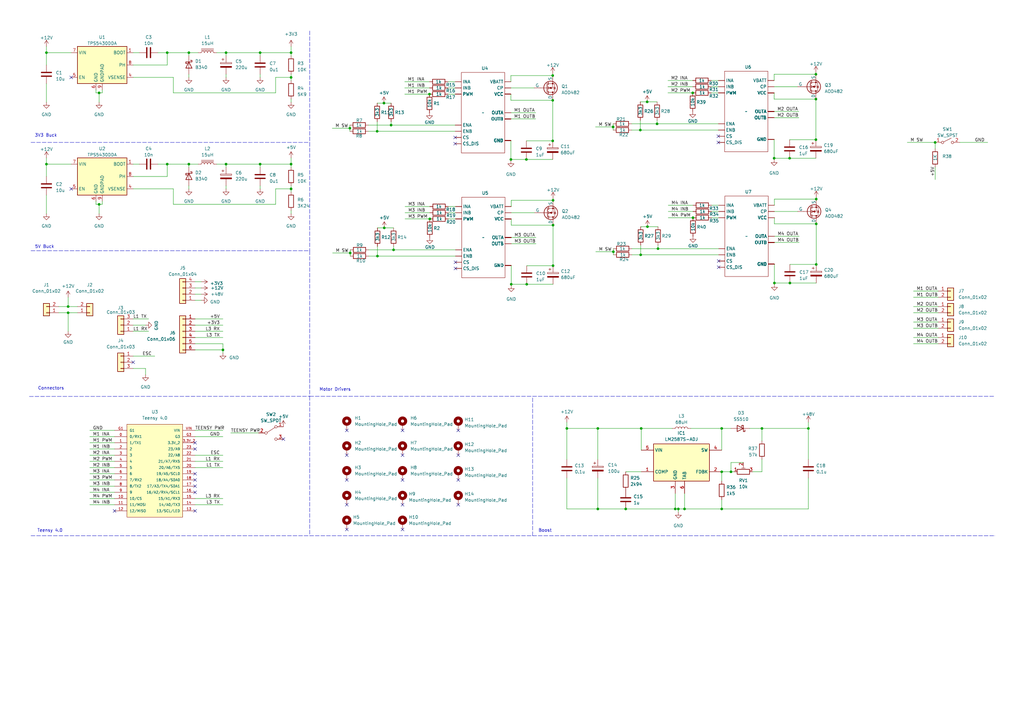
<source format=kicad_sch>
(kicad_sch (version 20230121) (generator eeschema)
  (paper "A3")
  (title_block (company "Sentinels Robotics"))
  (junction (at 119.38 67.31))
  (junction (at 269.875 101.981))
  (junction (at 77.47 67.31))
  (junction (at 312.5105 175.7275))
  (junction (at 154.813 105.029))
  (junction (at 209.55 65.405))
  (junction (at 245.2005 208.7475))
  (junction (at 284.226 89.281))
  (junction (at 27.94 125.73))
  (junction (at 296.0005 175.7275))
  (junction (at 334.772 108.458))
  (junction (at 157.48 42.291))
  (junction (at 317.5 64.897))
  (junction (at 251.587 103.251))
  (junction (at 160.401 51.308))
  (junction (at 209.677 116.586))
  (junction (at 77.47 21.59))
  (junction (at 284.099 38.1))
  (junction (at 278.2205 208.7475))
  (junction (at 265.557 92.964))
  (junction (at 317.627 116.078))
  (junction (at 334.645 40.64))
  (junction (at 143.637 103.759))
  (junction (at 334.772 81.661))
  (junction (at 334.772 91.821))
  (junction (at 383.54 58.42))
  (junction (at 92.71 21.59))
  (junction (at 157.607 93.472))
  (junction (at 216.027 116.586))
  (junction (at 280.7605 208.7475))
  (junction (at 323.85 64.897))
  (junction (at 119.38 21.59))
  (junction (at 296.0005 208.7475))
  (junction (at 19.05 21.59))
  (junction (at 262.636 53.34))
  (junction (at 19.05 67.31))
  (junction (at 245.2005 175.7275))
  (junction (at 262.763 104.521))
  (junction (at 176.276 89.789))
  (junction (at 232.5005 175.7275))
  (junction (at 334.645 30.48))
  (junction (at 119.38 31.75))
  (junction (at 40.64 38.1))
  (junction (at 296.0005 193.5075))
  (junction (at 119.38 77.47))
  (junction (at 226.822 108.966))
  (junction (at 40.64 83.82))
  (junction (at 265.43 41.783))
  (junction (at 143.51 52.578))
  (junction (at 226.695 57.785))
  (junction (at 226.822 92.329))
  (junction (at 27.94 128.27))
  (junction (at 68.58 67.31))
  (junction (at 262.9805 175.7275))
  (junction (at 334.645 57.277))
  (junction (at 154.686 53.848))
  (junction (at 215.9 65.405))
  (junction (at 323.977 116.078))
  (junction (at 269.494 50.8))
  (junction (at 176.149 38.608))
  (junction (at 226.695 30.988))
  (junction (at 256.6305 208.7475))
  (junction (at 106.68 67.31))
  (junction (at 106.68 21.59))
  (junction (at 92.71 67.31))
  (junction (at 68.58 21.59))
  (junction (at 226.695 41.148))
  (junction (at 299.8105 193.5075))
  (junction (at 331.5605 175.7275))
  (junction (at 251.46 52.07))
  (junction (at 161.417 102.489))
  (junction (at 276.9505 208.7475))
  (junction (at 226.822 82.169))
  (junction (at 91.44 143.51))
  (no_connect (at 54.61 148.59))
  (no_connect (at 294.64 58.42))
  (no_connect (at 186.817 107.569))
  (no_connect (at 142.24 196.85))
  (no_connect (at 294.767 107.061))
  (no_connect (at 165.1 217.17))
  (no_connect (at 80.01 209.55))
  (no_connect (at 116.2285 180.1169))
  (no_connect (at 80.01 184.15))
  (no_connect (at 142.24 186.69))
  (no_connect (at 46.99 209.55))
  (no_connect (at 187.96 176.53))
  (no_connect (at 29.21 31.75))
  (no_connect (at 142.24 207.01))
  (no_connect (at 142.24 217.17))
  (no_connect (at 142.24 176.53))
  (no_connect (at 80.01 181.61))
  (no_connect (at 187.96 196.85))
  (no_connect (at 186.69 58.928))
  (no_connect (at 165.1 176.53))
  (no_connect (at 165.1 207.01))
  (no_connect (at 294.64 55.88))
  (no_connect (at 186.69 56.388))
  (no_connect (at 165.1 196.85))
  (no_connect (at 80.01 194.31))
  (no_connect (at 80.01 201.93))
  (no_connect (at 80.01 199.39))
  (no_connect (at 187.96 186.69))
  (no_connect (at 165.1 186.69))
  (no_connect (at 187.96 207.01))
  (no_connect (at 186.817 110.109))
  (no_connect (at 80.01 196.85))
  (no_connect (at 29.21 77.47))
  (no_connect (at 294.767 109.601))
  (wire (pts (xy 92.71 30.48) (xy 92.71 31.75)))
  (polyline (pts (xy 12.7 102.87) (xy 127 102.87)) (stroke (width 0) (type dash)))
  (wire (pts (xy 219.202 87.249) (xy 209.677 87.249)))
  (wire (pts (xy 157.607 93.472) (xy 161.417 93.472)))
  (wire (pts (xy 262.9805 184.6175) (xy 262.9805 175.7275)))
  (wire (pts (xy 19.05 80.01) (xy 19.05 87.63)))
  (wire (pts (xy 374.65 140.97) (xy 384.81 140.97)))
  (wire (pts (xy 27.94 128.27) (xy 27.94 135.89)))
  (wire (pts (xy 27.94 121.92) (xy 27.94 125.73)))
  (wire (pts (xy 262.636 49.403) (xy 262.636 53.34)))
  (wire (pts (xy 327.025 35.56) (xy 317.5 35.56)))
  (wire (pts (xy 183.769 36.068) (xy 186.69 36.068)))
  (wire (pts (xy 331.5605 175.7275) (xy 331.5605 188.4275)))
  (wire (pts (xy 82.55 115.57) (xy 80.01 115.57)))
  (wire (pts (xy 106.68 67.31) (xy 106.68 68.58)))
  (wire (pts (xy 91.44 140.97) (xy 80.01 140.97)))
  (wire (pts (xy 80.01 179.07) (xy 91.44 179.07)))
  (wire (pts (xy 19.05 67.31) (xy 19.05 72.39)))
  (wire (pts (xy 39.37 83.82) (xy 40.64 83.82)))
  (wire (pts (xy 280.7605 202.3975) (xy 280.7605 208.7475)))
  (wire (pts (xy 80.01 191.77) (xy 91.44 191.77)))
  (wire (pts (xy 40.64 41.91) (xy 40.64 38.1)))
  (wire (pts (xy 183.769 33.528) (xy 186.69 33.528)))
  (wire (pts (xy 269.494 50.8) (xy 294.64 50.8)))
  (wire (pts (xy 41.91 83.82) (xy 40.64 83.82)))
  (wire (pts (xy 262.636 41.783) (xy 265.43 41.783)))
  (wire (pts (xy 119.38 64.77) (xy 119.38 67.31)))
  (wire (pts (xy 46.99 181.61) (xy 36.83 181.61)))
  (wire (pts (xy 46.99 189.23) (xy 36.83 189.23)))
  (wire (pts (xy 154.813 105.029) (xy 186.817 105.029)))
  (wire (pts (xy 46.99 179.07) (xy 36.83 179.07)))
  (wire (pts (xy 291.846 84.201) (xy 294.767 84.201)))
  (wire (pts (xy 259.207 104.521) (xy 262.763 104.521)))
  (wire (pts (xy 165.989 36.068) (xy 176.149 36.068)))
  (wire (pts (xy 317.627 116.078) (xy 317.627 108.331)))
  (wire (pts (xy 291.719 33.02) (xy 294.64 33.02)))
  (wire (pts (xy 77.47 67.31) (xy 77.47 68.58)))
  (wire (pts (xy 27.94 128.27) (xy 31.75 128.27)))
  (wire (pts (xy 296.0005 204.9375) (xy 296.0005 208.7475)))
  (wire (pts (xy 80.01 133.35) (xy 91.44 133.35)))
  (wire (pts (xy 284.099 33.02) (xy 273.939 33.02)))
  (wire (pts (xy 317.5 30.48) (xy 334.645 30.48)))
  (wire (pts (xy 334.645 29.718) (xy 334.645 30.48)))
  (wire (pts (xy 262.763 92.964) (xy 265.557 92.964)))
  (wire (pts (xy 262.636 53.34) (xy 294.64 53.34)))
  (wire (pts (xy 209.677 82.169) (xy 209.677 84.709)))
  (wire (pts (xy 274.066 86.741) (xy 284.226 86.741)))
  (wire (pts (xy 119.38 86.36) (xy 119.38 87.63)))
  (wire (pts (xy 54.61 31.75) (xy 71.12 31.75)))
  (wire (pts (xy 317.627 89.281) (xy 317.627 91.821)))
  (wire (pts (xy 301.0805 193.5075) (xy 299.8105 193.5075)))
  (wire (pts (xy 374.65 125.73) (xy 384.81 125.73)))
  (wire (pts (xy 209.677 116.586) (xy 216.027 116.586)))
  (wire (pts (xy 54.61 26.67) (xy 68.58 26.67)))
  (wire (pts (xy 119.38 30.48) (xy 119.38 31.75)))
  (wire (pts (xy 183.896 84.709) (xy 186.817 84.709)))
  (wire (pts (xy 154.686 53.848) (xy 186.69 53.848)))
  (wire (pts (xy 209.677 97.409) (xy 219.837 97.409)))
  (wire (pts (xy 209.55 65.405) (xy 209.55 57.658)))
  (wire (pts (xy 269.875 101.981) (xy 294.767 101.981)))
  (wire (pts (xy 113.03 31.75) (xy 119.38 31.75)))
  (wire (pts (xy 284.226 89.281) (xy 274.066 89.281)))
  (wire (pts (xy 393.7 58.42) (xy 405.13 58.42)))
  (wire (pts (xy 209.55 65.405) (xy 215.9 65.405)))
  (wire (pts (xy 91.44 143.51) (xy 80.01 143.51)))
  (polyline (pts (xy 218.44 219.71) (xy 218.44 162.56)) (stroke (width 0) (type dash)))
  (wire (pts (xy 71.12 77.47) (xy 71.12 83.82)))
  (wire (pts (xy 317.627 91.821) (xy 334.772 91.821)))
  (wire (pts (xy 41.91 36.83) (xy 41.91 38.1)))
  (wire (pts (xy 284.099 38.1) (xy 273.939 38.1)))
  (wire (pts (xy 54.61 72.39) (xy 68.58 72.39)))
  (wire (pts (xy 215.9 57.785) (xy 226.695 57.785)))
  (wire (pts (xy 251.46 52.07) (xy 244.221 52.07)))
  (wire (pts (xy 317.627 116.586) (xy 317.627 116.078)))
  (polyline (pts (xy 127 162.56) (xy 127 219.71)) (stroke (width 0) (type dash)))
  (wire (pts (xy 92.71 67.31) (xy 106.68 67.31)))
  (polyline (pts (xy 127 12.7) (xy 127 58.42)) (stroke (width 0) (type dash)))
  (wire (pts (xy 245.2005 208.7475) (xy 245.2005 196.0475)))
  (wire (pts (xy 80.01 207.01) (xy 91.44 207.01)))
  (wire (pts (xy 226.822 108.966) (xy 226.822 92.329)))
  (polyline (pts (xy 127 102.87) (xy 127 162.56)) (stroke (width 0) (type dash)))
  (wire (pts (xy 80.01 135.89) (xy 91.44 135.89)))
  (wire (pts (xy 176.276 84.709) (xy 166.116 84.709)))
  (wire (pts (xy 251.46 50.8) (xy 251.46 52.07)))
  (wire (pts (xy 36.83 176.53) (xy 46.99 176.53)))
  (wire (pts (xy 46.99 194.31) (xy 36.83 194.31)))
  (wire (pts (xy 151.13 53.848) (xy 154.686 53.848)))
  (wire (pts (xy 317.5 48.26) (xy 327.66 48.26)))
  (wire (pts (xy 71.12 83.82) (xy 113.03 83.82)))
  (wire (pts (xy 39.37 38.1) (xy 40.64 38.1)))
  (wire (pts (xy 41.91 82.55) (xy 41.91 83.82)))
  (wire (pts (xy 280.7605 208.7475) (xy 278.2205 208.7475)))
  (wire (pts (xy 232.5005 175.7275) (xy 245.2005 175.7275)))
  (wire (pts (xy 64.77 21.59) (xy 68.58 21.59)))
  (wire (pts (xy 80.01 176.53) (xy 91.44 176.53)))
  (wire (pts (xy 82.55 120.65) (xy 80.01 120.65)))
  (wire (pts (xy 119.38 40.64) (xy 119.38 41.91)))
  (wire (pts (xy 226.695 30.226) (xy 226.695 30.988)))
  (wire (pts (xy 312.5105 175.7275) (xy 312.5105 180.8075)))
  (polyline (pts (xy 407.995 219.711) (xy 407.995 219.7138)))
  (wire (pts (xy 91.44 143.51) (xy 91.44 140.97)))
  (wire (pts (xy 92.71 76.2) (xy 92.71 77.47)))
  (wire (pts (xy 278.2205 210.0175) (xy 278.2205 208.7475)))
  (wire (pts (xy 119.38 31.75) (xy 119.38 33.02)))
  (wire (pts (xy 54.61 133.35) (xy 59.69 133.35)))
  (wire (pts (xy 383.54 68.58) (xy 383.54 73.66)))
  (wire (pts (xy 317.5 38.1) (xy 317.5 40.64)))
  (wire (pts (xy 119.38 21.59) (xy 119.38 22.86)))
  (wire (pts (xy 312.5105 188.4275) (xy 312.5105 193.5075)))
  (wire (pts (xy 317.5 64.897) (xy 323.85 64.897)))
  (wire (pts (xy 262.9805 193.5075) (xy 256.6305 193.5075)))
  (wire (pts (xy 226.822 81.407) (xy 226.822 82.169)))
  (wire (pts (xy 143.51 52.578) (xy 136.271 52.578)))
  (wire (pts (xy 36.83 207.01) (xy 46.99 207.01)))
  (wire (pts (xy 92.71 21.59) (xy 106.68 21.59)))
  (wire (pts (xy 54.61 21.59) (xy 57.15 21.59)))
  (wire (pts (xy 334.645 57.277) (xy 334.645 40.64)))
  (wire (pts (xy 46.99 186.69) (xy 36.83 186.69)))
  (wire (pts (xy 291.719 35.56) (xy 294.64 35.56)))
  (wire (pts (xy 216.027 116.586) (xy 226.822 116.586)))
  (wire (pts (xy 46.99 196.85) (xy 36.83 196.85)))
  (wire (pts (xy 265.43 41.783) (xy 269.494 41.783)))
  (wire (pts (xy 299.8105 189.6975) (xy 299.8105 193.5075)))
  (wire (pts (xy 143.637 102.489) (xy 143.637 103.759)))
  (wire (pts (xy 82.55 123.19) (xy 80.01 123.19)))
  (wire (pts (xy 59.69 151.13) (xy 54.61 151.13)))
  (wire (pts (xy 291.719 38.1) (xy 294.64 38.1)))
  (wire (pts (xy 331.5605 175.7275) (xy 331.5605 173.1875)))
  (wire (pts (xy 209.55 30.988) (xy 226.695 30.988)))
  (wire (pts (xy 77.47 67.31) (xy 81.28 67.31)))
  (wire (pts (xy 54.61 67.31) (xy 57.15 67.31)))
  (wire (pts (xy 36.83 191.77) (xy 46.99 191.77)))
  (polyline (pts (xy 12.7 219.71) (xy 127 219.71)) (stroke (width 0) (type dash)))
  (wire (pts (xy 209.55 38.608) (xy 209.55 41.148)))
  (polyline (pts (xy 127 162.56) (xy 407.67 162.56)) (stroke (width 0) (type dash)))
  (wire (pts (xy 71.12 31.75) (xy 71.12 38.1)))
  (wire (pts (xy 278.2205 208.7475) (xy 276.9505 208.7475)))
  (wire (pts (xy 143.51 51.308) (xy 143.51 52.578)))
  (wire (pts (xy 39.37 82.55) (xy 39.37 83.82)))
  (wire (pts (xy 88.9 67.31) (xy 92.71 67.31)))
  (wire (pts (xy 88.9 21.59) (xy 92.71 21.59)))
  (wire (pts (xy 161.417 102.489) (xy 186.817 102.489)))
  (wire (pts (xy 312.5105 175.7275) (xy 331.5605 175.7275)))
  (wire (pts (xy 143.637 103.759) (xy 143.637 105.029)))
  (wire (pts (xy 209.55 46.228) (xy 219.71 46.228)))
  (polyline (pts (xy 218.4438 219.711) (xy 407.995 219.711)) (stroke (width 0) (type dash)))
  (wire (pts (xy 331.5605 208.7475) (xy 331.5605 196.0475)))
  (wire (pts (xy 209.55 30.988) (xy 209.55 33.528)))
  (wire (pts (xy 19.05 67.31) (xy 19.05 64.77)))
  (wire (pts (xy 106.68 67.31) (xy 119.38 67.31)))
  (wire (pts (xy 259.08 50.8) (xy 269.494 50.8)))
  (wire (pts (xy 262.9805 175.7275) (xy 275.6805 175.7275)))
  (wire (pts (xy 154.686 49.911) (xy 154.686 53.848)))
  (wire (pts (xy 54.61 77.47) (xy 71.12 77.47)))
  (wire (pts (xy 334.772 108.458) (xy 334.772 91.821)))
  (wire (pts (xy 276.9505 208.7475) (xy 256.6305 208.7475)))
  (wire (pts (xy 317.627 81.661) (xy 317.627 84.201)))
  (wire (pts (xy 176.149 38.608) (xy 165.989 38.608)))
  (wire (pts (xy 259.08 53.34) (xy 262.636 53.34)))
  (wire (pts (xy 19.05 21.59) (xy 19.05 19.05)))
  (wire (pts (xy 92.71 21.59) (xy 92.71 22.86)))
  (wire (pts (xy 216.027 108.966) (xy 226.822 108.966)))
  (wire (pts (xy 251.46 52.07) (xy 251.46 53.34)))
  (wire (pts (xy 209.677 89.789) (xy 209.677 92.329)))
  (wire (pts (xy 151.257 102.489) (xy 161.417 102.489)))
  (wire (pts (xy 209.55 48.768) (xy 219.71 48.768)))
  (wire (pts (xy 143.51 52.578) (xy 143.51 53.848)))
  (wire (pts (xy 209.55 41.148) (xy 226.695 41.148)))
  (wire (pts (xy 262.9805 175.7275) (xy 245.2005 175.7275)))
  (wire (pts (xy 19.05 21.59) (xy 29.21 21.59)))
  (wire (pts (xy 251.587 103.251) (xy 244.348 103.251)))
  (wire (pts (xy 219.075 36.068) (xy 209.55 36.068)))
  (wire (pts (xy 296.0005 175.7275) (xy 299.8105 175.7275)))
  (wire (pts (xy 160.401 51.308) (xy 151.13 51.308)))
  (wire (pts (xy 68.58 67.31) (xy 77.47 67.31)))
  (wire (pts (xy 183.896 89.789) (xy 186.817 89.789)))
  (wire (pts (xy 94.6385 177.5769) (xy 106.0685 177.5769)))
  (wire (pts (xy 46.99 201.93) (xy 36.83 201.93)))
  (wire (pts (xy 68.58 21.59) (xy 77.47 21.59)))
  (wire (pts (xy 176.276 89.789) (xy 166.116 89.789)))
  (wire (pts (xy 283.3005 175.7275) (xy 296.0005 175.7275)))
  (wire (pts (xy 119.38 76.2) (xy 119.38 77.47)))
  (wire (pts (xy 209.677 82.169) (xy 226.822 82.169)))
  (wire (pts (xy 27.94 125.73) (xy 31.75 125.73)))
  (wire (pts (xy 154.813 93.472) (xy 157.607 93.472)))
  (wire (pts (xy 71.12 38.1) (xy 113.03 38.1)))
  (wire (pts (xy 226.695 57.785) (xy 226.695 41.148)))
  (wire (pts (xy 24.13 128.27) (xy 27.94 128.27)))
  (wire (pts (xy 209.55 65.913) (xy 209.55 65.405)))
  (wire (pts (xy 262.763 100.584) (xy 262.763 104.521)))
  (wire (pts (xy 256.6305 208.7475) (xy 245.2005 208.7475)))
  (wire (pts (xy 80.01 130.81) (xy 91.44 130.81)))
  (wire (pts (xy 232.5005 196.0475) (xy 232.5005 208.7475)))
  (wire (pts (xy 276.9505 202.3975) (xy 276.9505 208.7475)))
  (polyline (pts (xy 127 219.71) (xy 218.44 219.71)) (stroke (width 0) (type dash)))
  (wire (pts (xy 317.627 96.901) (xy 327.787 96.901)))
  (wire (pts (xy 232.5005 175.7275) (xy 232.5005 188.4275)))
  (wire (pts (xy 312.5105 193.5075) (xy 308.7005 193.5075)))
  (wire (pts (xy 374.65 132.08) (xy 384.81 132.08)))
  (wire (pts (xy 323.977 108.458) (xy 334.772 108.458)))
  (wire (pts (xy 183.769 38.608) (xy 186.69 38.608)))
  (wire (pts (xy 68.58 72.39) (xy 68.58 67.31)))
  (wire (pts (xy 280.7605 208.7475) (xy 296.0005 208.7475)))
  (wire (pts (xy 77.47 21.59) (xy 81.28 21.59)))
  (wire (pts (xy 317.627 116.078) (xy 323.977 116.078)))
  (wire (pts (xy 269.875 100.584) (xy 269.875 101.981)))
  (wire (pts (xy 273.939 35.56) (xy 284.099 35.56)))
  (wire (pts (xy 262.763 104.521) (xy 294.767 104.521)))
  (wire (pts (xy 232.5005 173.1875) (xy 232.5005 175.7275)))
  (wire (pts (xy 296.0005 175.7275) (xy 296.0005 184.6175)))
  (wire (pts (xy 296.0005 208.7475) (xy 331.5605 208.7475)))
  (wire (pts (xy 161.417 101.092) (xy 161.417 102.489)))
  (wire (pts (xy 259.207 101.981) (xy 269.875 101.981)))
  (wire (pts (xy 154.813 101.092) (xy 154.813 105.029)))
  (polyline (pts (xy 12.7 58.42) (xy 127 58.42)) (stroke (width 0) (type dash)))
  (wire (pts (xy 40.64 87.63) (xy 40.64 83.82)))
  (wire (pts (xy 160.401 49.911) (xy 160.401 51.308)))
  (wire (pts (xy 374.65 128.27) (xy 384.81 128.27)))
  (wire (pts (xy 77.47 21.59) (xy 77.47 22.86)))
  (wire (pts (xy 46.99 204.47) (xy 36.83 204.47)))
  (wire (pts (xy 80.01 189.23) (xy 91.44 189.23)))
  (wire (pts (xy 291.846 89.281) (xy 294.767 89.281)))
  (wire (pts (xy 383.54 58.42) (xy 372.11 58.42)))
  (wire (pts (xy 374.65 121.92) (xy 384.81 121.92)))
  (wire (pts (xy 284.226 84.201) (xy 274.066 84.201)))
  (wire (pts (xy 54.61 146.05) (xy 63.5 146.05)))
  (wire (pts (xy 317.5 30.48) (xy 317.5 33.02)))
  (wire (pts (xy 176.149 33.528) (xy 165.989 33.528)))
  (wire (pts (xy 36.83 199.39) (xy 46.99 199.39)))
  (wire (pts (xy 80.01 138.43) (xy 91.44 138.43)))
  (wire (pts (xy 19.05 34.29) (xy 19.05 41.91)))
  (wire (pts (xy 77.47 76.2) (xy 77.47 77.47)))
  (wire (pts (xy 317.5 64.897) (xy 317.5 57.15)))
  (wire (pts (xy 317.5 40.64) (xy 334.645 40.64)))
  (wire (pts (xy 27.94 125.73) (xy 24.13 125.73)))
  (wire (pts (xy 317.5 45.72) (xy 327.66 45.72)))
  (wire (pts (xy 77.47 30.48) (xy 77.47 31.75)))
  (wire (pts (xy 36.83 184.15) (xy 46.99 184.15)))
  (wire (pts (xy 166.116 87.249) (xy 176.276 87.249)))
  (wire (pts (xy 304.8905 189.6975) (xy 299.8105 189.6975)))
  (wire (pts (xy 119.38 77.47) (xy 119.38 78.74)))
  (wire (pts (xy 183.896 87.249) (xy 186.817 87.249)))
  (wire (pts (xy 251.587 103.251) (xy 251.587 104.521)))
  (wire (pts (xy 209.677 99.949) (xy 219.837 99.949)))
  (wire (pts (xy 154.686 42.291) (xy 157.48 42.291)))
  (wire (pts (xy 113.03 77.47) (xy 119.38 77.47)))
  (wire (pts (xy 296.0005 193.5075) (xy 296.0005 197.3175)))
  (polyline (pts (xy 127 58.42) (xy 127 102.87)) (stroke (width 0) (type dash)))
  (wire (pts (xy 54.61 130.81) (xy 60.96 130.81)))
  (wire (pts (xy 157.48 42.291) (xy 160.401 42.291)))
  (wire (pts (xy 92.71 67.31) (xy 92.71 68.58)))
  (wire (pts (xy 209.677 116.586) (xy 209.677 108.839)))
  (wire (pts (xy 323.85 64.897) (xy 334.645 64.897)))
  (wire (pts (xy 19.05 67.31) (xy 29.21 67.31)))
  (wire (pts (xy 317.5 65.405) (xy 317.5 64.897)))
  (wire (pts (xy 106.68 21.59) (xy 106.68 22.86)))
  (wire (pts (xy 82.55 118.11) (xy 80.01 118.11)))
  (wire (pts (xy 39.37 36.83) (xy 39.37 38.1)))
  (wire (pts (xy 54.61 135.89) (xy 60.96 135.89)))
  (wire (pts (xy 106.68 30.48) (xy 106.68 31.75)))
  (wire (pts (xy 374.65 138.43) (xy 384.81 138.43)))
  (wire (pts (xy 41.91 38.1) (xy 40.64 38.1)))
  (wire (pts (xy 59.69 153.67) (xy 59.69 151.13)))
  (wire (pts (xy 143.637 103.759) (xy 136.398 103.759)))
  (wire (pts (xy 232.5005 208.7475) (xy 245.2005 208.7475)))
  (wire (pts (xy 113.03 38.1) (xy 113.03 31.75)))
  (wire (pts (xy 151.257 105.029) (xy 154.813 105.029)))
  (wire (pts (xy 334.772 80.899) (xy 334.772 81.661)))
  (polyline (pts (xy 12.0396 162.6108) (xy 127 162.56)) (stroke (width 0) (type dash)))
  (wire (pts (xy 265.557 92.964) (xy 269.875 92.964)))
  (wire (pts (xy 209.677 92.329) (xy 226.822 92.329)))
  (wire (pts (xy 106.68 76.2) (xy 106.68 77.47)))
  (wire (pts (xy 317.627 81.661) (xy 334.772 81.661)))
  (wire (pts (xy 80.01 204.47) (xy 91.44 204.47)))
  (wire (pts (xy 91.44 144.78) (xy 91.44 143.51)))
  (wire (pts (xy 64.77 67.31) (xy 68.58 67.31)))
  (wire (pts (xy 323.977 116.078) (xy 334.772 116.078)))
  (wire (pts (xy 209.677 117.094) (xy 209.677 116.586)))
  (wire (pts (xy 327.152 86.741) (xy 317.627 86.741)))
  (wire (pts (xy 374.65 119.38) (xy 384.81 119.38)))
  (wire (pts (xy 291.846 86.741) (xy 294.767 86.741)))
  (wire (pts (xy 68.58 26.67) (xy 68.58 21.59)))
  (wire (pts (xy 215.9 65.405) (xy 226.695 65.405)))
  (wire (pts (xy 245.2005 175.7275) (xy 245.2005 188.4275)))
  (wire (pts (xy 119.38 67.31) (xy 119.38 68.58)))
  (wire (pts (xy 251.587 101.981) (xy 251.587 103.251)))
  (wire (pts (xy 106.68 21.59) (xy 119.38 21.59)))
  (wire (pts (xy 19.05 21.59) (xy 19.05 26.67)))
  (wire (pts (xy 119.38 19.05) (xy 119.38 21.59)))
  (wire (pts (xy 323.85 57.277) (xy 334.645 57.277)))
  (wire (pts (xy 317.627 99.441) (xy 327.787 99.441)))
  (wire (pts (xy 296.0005 193.5075) (xy 299.8105 193.5075)))
  (wire (pts (xy 80.01 186.69) (xy 91.44 186.69)))
  (wire (pts (xy 307.4305 175.7275) (xy 312.5105 175.7275)))
  (wire (pts (xy 374.65 134.62) (xy 384.81 134.62)))
  (wire (pts (xy 160.401 51.308) (xy 186.69 51.308)))
  (wire (pts (xy 269.494 49.403) (xy 269.494 50.8)))
  (wire (pts (xy 113.03 83.82) (xy 113.03 77.47)))
  (wire (pts (xy 383.54 58.42) (xy 383.54 60.96)))
  (text "Boost" (at 220.8045 218.425 0) (effects (font (size 1.27 1.27)) (justify left bottom)))
  (text "Connectors" (at 15.5449 160.0903 0) (effects (font (size 1.27 1.27)) (justify left bottom)))
  (text "Motor Drivers" (at 130.9519 160.5888 0) (effects (font (size 1.27 1.27)) (justify left bottom)))
  (text "5V Buck" (at 14.2837 102.026 0) (effects (font (size 1.27 1.27)) (justify left bottom)))
  (text "3V3 Buck" (at 14.224 56.388 0) (effects (font (size 1.27 1.27)) (justify left bottom)))
  (text "Teensy 4.0\n" (at 15.24 218.44 0) (effects (font (size 1.27 1.27)) (justify left bottom)))
  (label "M2 OUTA" (at 375.92 125.73 0))
  (label "M4 OUTA" (at 318.897 96.901 0))
  (label "+5V" (at 90.17 130.81 180))
  (label "M4 PWM" (at 38.1 204.47 0))
  (label "M3 INB" (at 167.386 87.249 0))
  (label "L3 RX" (at 90.17 135.89 180))
  (label "M2 INB" (at 38.1 191.77 0))
  (label "M1 INB" (at 38.1 184.15 0))
  (label "M1 INA" (at 167.259 33.528 0))
  (label "+3V3" (at 90.17 133.35 180))
  (label "M2 OUTB" (at 318.77 48.26 0))
  (label "M4 INA" (at 38.1 201.93 0))
  (label "M1 INA" (at 38.1 179.07 0))
  (label "M4 INB" (at 275.336 86.741 0))
  (label "M3 INA" (at 38.1 194.31 0))
  (label "L1 RX" (at 90.17 189.23 180))
  (label "M2 INA" (at 38.1 186.69 0))
  (label "M1 OUTB" (at 375.92 121.92 0))
  (label "M4 INA" (at 275.336 84.201 0))
  (label "M1 PWM" (at 38.1 181.61 0))
  (label "M1 INB" (at 167.259 36.068 0))
  (label "M3 OUTB" (at 210.947 99.949 0))
  (label "M3 OUTA" (at 210.947 97.409 0))
  (label "L3 TX" (at 90.17 138.43 180))
  (label "GND" (at 90.17 179.07 180))
  (label "M1 PWM" (at 167.259 38.608 0))
  (label "M1 OUTA" (at 375.92 119.38 0))
  (label "M SW" (at 137.668 103.759 0))
  (label "M3 PWM" (at 38.1 196.85 0))
  (label "M2 PWM" (at 275.209 38.1 0))
  (label "M SW" (at 245.491 52.07 0))
  (label "TEENSY PWR" (at 80.01 176.53 0))
  (label "GND" (at 38.1 176.53 0))
  (label "M2 OUTB" (at 375.92 128.27 0))
  (label "L1 TX" (at 90.17 191.77 180))
  (label "L1 RX" (at 54.61 135.89 0))
  (label "M1 OUTA" (at 210.82 46.228 0))
  (label "M SW" (at 245.618 103.251 0))
  (label "M4 PWM" (at 275.336 89.281 0))
  (label "M3 OUTB" (at 375.92 134.62 0))
  (label "M3 PWM" (at 167.386 89.789 0))
  (label "L3 RX" (at 90.17 204.47 180))
  (label "M SW" (at 137.541 52.578 0))
  (label "L1 TX" (at 54.61 130.81 0))
  (label "TEENSY PWR" (at 94.6385 177.5769 0))
  (label "M4 INB" (at 38.1 207.01 0))
  (label "M3 OUTA" (at 375.92 132.08 0))
  (label "M4 OUTA" (at 375.92 138.43 0))
  (label "M4 OUTB" (at 318.897 99.441 0))
  (label "M2 INA" (at 275.209 33.02 0))
  (label "+5V" (at 383.54 72.39 90))
  (label "L3 TX" (at 90.17 207.01 180))
  (label "M1 OUTB" (at 210.82 48.768 0))
  (label "M2 OUTA" (at 318.77 45.72 0))
  (label "M SW" (at 373.38 58.42 0))
  (label "M3 INB" (at 38.1 199.39 0))
  (label "M2 PWM" (at 38.1 189.23 0))
  (label "ESC" (at 58.42 146.05 0))
  (label "M3 INA" (at 167.386 84.709 0))
  (label "ESC" (at 90.17 186.69 180))
  (label "M4 OUTB" (at 375.92 140.97 0))
  (label "GND" (at 403.86 58.42 180))
  (label "M2 INB" (at 275.209 35.56 0))
  (symbol (lib_id "Mechanical:MountingHole_Pad") (at 187.96 173.99 0) (unit 1) (in_bom no)
    (property "Reference" "H11" (at 190.5 172.085 0) (effects (justify left)))
    (property "Value" "MountingHole_Pad" (at 190.5 174.625 0) (effects (justify left)))
    (property "Footprint" "MountingHole:MountingHole_3.2mm_M3_Pad_Via" (effects hide))
  )
  (symbol (lib_id "power:+5V") (at 119.38 64.77 0) (unit 1)
    (property "Reference" "#PWR024" (effects hide))
    (property "Value" "+5V" (at 119.38 60.452 0))
  )
  (symbol (lib_id "Device:C_Polarized") (at 92.71 26.67 0) (unit 1)
    (property "Reference" "C5" (at 96.52 25.146 0) (effects (justify left)))
    (property "Value" "220u" (at 96.52 27.686 0) (effects (justify left)))
    (property "Footprint" "2024l2:EIA-7343-D" (effects hide))
    (property "LCSC" "C5348248" (effects hide))
  )
  (symbol (lib_id "Mechanical:MountingHole_Pad") (at 187.96 204.47 0) (unit 1) (in_bom no)
    (property "Reference" "H14" (at 190.5 202.565 0) (effects (justify left)))
    (property "Value" "MountingHole_Pad" (at 190.5 205.105 0) (effects (justify left)))
    (property "Footprint" "MountingHole:MountingHole_3.2mm_M3_Pad_Via" (effects hide))
  )
  (symbol (lib_id "Device:R") (at 287.909 33.02 90) (unit 1)
    (property "Reference" "R30" (at 294.64 34.29 90) (effects (justify left)))
    (property "Value" "1k" (at 289.052 33.02 90) (effects (justify left)))
    (property "Footprint" "2024l2:res0603" (effects hide))
  )
  (symbol (lib_id "power:GND") (at 59.69 153.67 0) (mirror y) (unit 1)
    (property "Reference" "#PWR010" (effects hide))
    (property "Value" "GND" (at 59.69 158.75 0))
  )
  (symbol (lib_id "power:+12V") (at 19.05 19.05 0) (unit 1)
    (property "Reference" "#PWR01" (effects hide))
    (property "Value" "+12V" (at 19.05 15.4785 0))
  )
  (symbol (lib_id "Device:C") (at 60.96 67.31 90) (unit 1)
    (property "Reference" "C4" (at 60.96 60.96 90))
    (property "Value" "10n" (at 60.96 63.5 90))
    (property "Footprint" "2024l2:cap0603" (effects hide))
    (property "LCSC" "C597236" (effects hide))
  )
  (symbol (lib_id "Device:R") (at 312.5105 184.6175 0) (mirror y) (unit 1)
    (property "Reference" "R37" (at 310.7325 183.9825 0) (effects (justify left)))
    (property "Value" "57k" (at 310.7325 186.5225 0) (effects (justify left)))
    (property "Footprint" "2024l2:res0603" (effects hide))
    (property "LCSC" "C23082" (effects hide))
  )
  (symbol (lib_id "power:GND") (at 106.68 77.47 0) (unit 1)
    (property "Reference" "#PWR021" (effects hide))
    (property "Value" "GND" (at 106.68 82.55 0))
  )
  (symbol (lib_id "power:GND") (at 209.677 117.094 0) (unit 1)
    (property "Reference" "#PWR029" (effects hide))
    (property "Value" "GND" (at 209.677 122.682 0))
  )
  (symbol (lib_id "power:GND") (at 77.47 77.47 0) (unit 1)
    (property "Reference" "#PWR012" (effects hide))
    (property "Value" "GND" (at 77.47 82.55 0))
  )
  (symbol (lib_id "power:+12V") (at 226.822 81.407 0) (unit 1)
    (property "Reference" "#PWR031" (effects hide))
    (property "Value" "+12V" (at 226.822 77.9041 0))
  )
  (symbol (lib_id "Device:C") (at 19.05 30.48 0) (unit 1)
    (property "Reference" "C1" (at 22.86 29.845 0) (effects (justify left)))
    (property "Value" "10u" (at 22.86 32.385 0) (effects (justify left)))
    (property "Footprint" "2024l2:cap0603" (effects hide))
    (property "LCSC" "C92487" (effects hide))
  )
  (symbol (lib_id "Device:R") (at 269.494 45.593 0) (unit 1)
    (property "Reference" "R28" (at 271.0095 45.6177 0) (effects (justify left)))
    (property "Value" "3k3" (at 269.5117 47.3558 90) (effects (justify left)))
    (property "Footprint" "2024l2:res0603" (effects hide))
  )
  (symbol (lib_id "Device:C_Polarized") (at 334.645 61.087 0) (unit 1)
    (property "Reference" "C19" (at 337.82 59.563 0) (effects (justify left)))
    (property "Value" "680uF" (at 337.82 62.103 0) (effects (justify left)))
    (property "Footprint" "Capacitor_SMD:CP_Elec_10x10.5" (effects hide))
  )
  (symbol (lib_id "power:GND") (at 27.94 135.89 0) (unit 1)
    (property "Reference" "#PWR06" (effects hide))
    (property "Value" "GND" (at 27.94 140.335 0))
  )
  (symbol (lib_id "power:+5V") (at 157.48 42.291 0) (unit 1)
    (property "Reference" "#PWR026" (effects hide))
    (property "Value" "+5V" (at 157.48 38.1 0))
  )
  (symbol (lib_id "Connector_Generic:Conn_01x06") (at 74.93 135.89 0) (mirror y) (unit 1)
    (property "Reference" "J6" (at 71.964 136.525 0) (effects (justify left)))
    (property "Value" "Conn_01x06" (at 71.964 139.065 0) (effects (justify left)))
    (property "Footprint" "Connector_JST:JST_XH_B6B-XH-A_1x06_P2.50mm_Vertical" (effects hide))
  )
  (symbol (lib_id "Mechanical:MountingHole_Pad") (at 165.1 184.15 0) (unit 1) (in_bom no)
    (property "Reference" "H7" (at 168.275 181.6099 0) (effects (justify left)))
    (property "Value" "MountingHole_Pad" (at 168.275 184.1499 0) (effects (justify left)))
    (property "Footprint" "MountingHole:MountingHole_3.2mm_M3_Pad_Via" (effects hide))
  )
  (symbol (lib_id "Device:C_Polarized") (at 245.2005 192.2375 0) (unit 1)
    (property "Reference" "C14" (at 249.2645 190.7135 0) (effects (justify left)))
    (property "Value" "100u" (at 249.2645 193.2535 0) (effects (justify left)))
    (property "Footprint" "Capacitor_SMD:CP_Elec_8x10.5" (effects hide))
    (property "LCSC" "C5355007" (effects hide))
  )
  (symbol (lib_id "power:+48V") (at 82.55 120.65 270) (unit 1)
    (property "Reference" "#PWR015" (effects hide))
    (property "Value" "+48V" (at 86.36 120.6499 90) (effects (justify left)))
  )
  (symbol (lib_id "power:GND") (at 284.099 45.72 0) (unit 1)
    (property "Reference" "#PWR043" (effects hide))
    (property "Value" "GND" (at 284.1392 49.6816 0))
  )
  (symbol (lib_id "power:GND") (at 317.627 116.586 0) (unit 1)
    (property "Reference" "#PWR037" (effects hide))
    (property "Value" "GND" (at 317.627 122.174 0))
  )
  (symbol (lib_id "power:GND") (at 106.68 31.75 0) (unit 1)
    (property "Reference" "#PWR020" (effects hide))
    (property "Value" "GND" (at 106.68 36.83 0))
  )
  (symbol (lib_id "Device:R") (at 179.959 36.068 270) (unit 1)
    (property "Reference" "R16" (at 182.88 37.211 90) (effects (justify left)))
    (property "Value" "1k" (at 178.816 36.068 90) (effects (justify left)))
    (property "Footprint" "2024l2:res0603" (effects hide))
  )
  (symbol (lib_id "power:+12V") (at 82.55 118.11 270) (unit 1)
    (property "Reference" "#PWR014" (effects hide))
    (property "Value" "+12V" (at 86.36 118.1099 90) (effects (justify left)))
  )
  (symbol (lib_id "Mechanical:MountingHole_Pad") (at 142.24 204.47 0) (unit 1) (in_bom no)
    (property "Reference" "H4" (at 145.415 201.9299 0) (effects (justify left)))
    (property "Value" "MountingHole_Pad" (at 145.415 204.4699 0) (effects (justify left)))
    (property "Footprint" "MountingHole:MountingHole_3.2mm_M3_Pad_Via" (effects hide))
  )
  (symbol (lib_id "Device:C") (at 19.05 76.2 0) (unit 1)
    (property "Reference" "C2" (at 22.86 75.565 0) (effects (justify left)))
    (property "Value" "10u" (at 22.86 78.105 0) (effects (justify left)))
    (property "Footprint" "2024l2:cap0603" (effects hide))
    (property "LCSC" "C92487" (effects hide))
  )
  (symbol (lib_id "Device:R") (at 180.086 89.789 270) (unit 1)
    (property "Reference" "R20" (at 183.007 91.059 90) (effects (justify left)))
    (property "Value" "1k" (at 178.943 89.789 90) (effects (justify left)))
    (property "Footprint" "2024l2:res0603" (effects hide))
  )
  (symbol (lib_id "Device:R") (at 287.909 35.56 270) (unit 1)
    (property "Reference" "R31" (at 290.83 36.703 90) (effects (justify left)))
    (property "Value" "1k" (at 286.766 35.56 90) (effects (justify left)))
    (property "Footprint" "2024l2:res0603" (effects hide))
  )
  (symbol (lib_id "Device:R") (at 176.149 42.418 0) (unit 1)
    (property "Reference" "R1" (at 177.6882 42.4267 0) (effects (justify left)))
    (property "Value" "10k" (at 176.1621 44.193 90) (effects (justify left)))
    (property "Footprint" "2024l2:res0603" (effects hide))
  )
  (symbol (lib_id "Device:R") (at 288.036 84.201 90) (unit 1)
    (property "Reference" "R33" (at 294.767 85.471 90) (effects (justify left)))
    (property "Value" "1k" (at 289.179 84.201 90) (effects (justify left)))
    (property "Footprint" "2024l2:res0603" (effects hide))
  )
  (symbol (lib_id "Device:C") (at 331.5605 192.2375 0) (unit 1)
    (property "Reference" "C18" (at 334.7355 190.9674 0) (effects (justify left)))
    (property "Value" "0.1u" (at 334.7355 193.5074 0) (effects (justify left)))
    (property "Footprint" "2024l2:cap0603" (effects hide))
    (property "LCSC" "C5128349" (effects hide))
  )
  (symbol (lib_id "Device:R") (at 284.226 93.091 0) (unit 1)
    (property "Reference" "R40" (at 285.7652 93.0997 0) (effects (justify left)))
    (property "Value" "10k" (at 284.2391 94.866 90) (effects (justify left)))
    (property "Footprint" "2024l2:res0603" (effects hide))
  )
  (symbol (lib_id "Device:R") (at 255.27 50.8 90) (unit 1)
    (property "Reference" "R21" (at 256.667 48.895 90) (effects (justify left)))
    (property "Value" "1k" (at 256.413 50.8 90) (effects (justify left)))
    (property "Footprint" "2024l2:res0603" (effects hide))
  )
  (symbol (lib_id "LM2587S-ADJ_NOPB:LM2587S-ADJ_NOPB") (at 279.4905 189.6975 0) (unit 1)
    (property "Reference" "IC1" (at 279.4905 177.6325 0))
    (property "Value" "LM2587S-ADJ" (at 279.4905 180.1725 0))
    (property "Footprint" "2024l2:TO170P1435X465-6N" (effects hide))
    (property "Datasheet" "http://www.ti.com/lit/ds/symlink/lm2587.pdf" (effects hide))
    (property "LCSC" "C1355343" (effects hide))
    (property "Height" "4.65" (effects hide))
    (property "Manufacturer_Name" "Texas Instruments" (effects hide))
    (property "Manufacturer_Part_Number" "LM2587S-ADJ/NOPB" (effects hide))
    (property "Mouser Part Number" "926-LM2587S-ADJ/NOPB" (effects hide))
    (property "Mouser Price/Stock" "https://www.mouser.co.uk/ProductDetail/Texas-Instruments/LM2587S-ADJ-NOPB?qs=X1J7HmVL2ZEPViE%252BXoggZw%3D%3D" (effects hide))
    (property "Arrow Part Number" "LM2587S-ADJ/NOPB" (effects hide))
    (property "Arrow Price/Stock" "https://www.arrow.com/en/products/lm2587s-adjnopb/texas-instruments?region=nac" (effects hide))
  )
  (symbol (lib_id "power:GND") (at 209.55 65.913 0) (unit 1)
    (property "Reference" "#PWR028" (effects hide))
    (property "Value" "GND" (at 209.55 71.501 0))
  )
  (symbol (lib_id "Connector_Generic:Conn_01x03") (at 49.53 148.59 0) (mirror y) (unit 1)
    (property "Reference" "J4" (at 49.53 139.7 0))
    (property "Value" "Conn_01x03" (at 49.53 142.24 0))
    (property "Footprint" "Connector_PinSocket_2.54mm:PinSocket_1x03_P2.54mm_Vertical" (effects hide))
  )
  (symbol (lib_id "power:GND") (at 40.64 41.91 0) (unit 1)
    (property "Reference" "#PWR07" (effects hide))
    (property "Value" "GND" (at 40.64 46.99 0))
  )
  (symbol (lib_name "VNH5019_1") (lib_id "Device (Modified):VNH5019") (at 198.12 46.228 0) (unit 1)
    (property "Reference" "U4" (at 198.8542 27.9996 0))
    (property "Value" "~" (at 198.12 46.228 0))
    (property "Footprint" "Package_SO:ST_MultiPowerSO-30" (effects hide))
  )
  (symbol (lib_id "Device:C_Polarized") (at 334.772 112.268 0) (unit 1)
    (property "Reference" "C20" (at 337.947 110.744 0) (effects (justify left)))
    (property "Value" "680uF" (at 337.947 113.284 0) (effects (justify left)))
    (property "Footprint" "Capacitor_SMD:CP_Elec_10x10.5" (effects hide))
  )
  (symbol (lib_id "power:+5V") (at 265.557 92.964 0) (unit 1)
    (property "Reference" "#PWR034" (effects hide))
    (property "Value" "+5V" (at 265.557 88.773 0))
  )
  (symbol (lib_id "Device:R") (at 119.38 36.83 0) (unit 1)
    (property "Reference" "R4" (at 121.92 36.195 0) (effects (justify left)))
    (property "Value" "5K9" (at 121.92 38.735 0) (effects (justify left)))
    (property "Footprint" "2024l2:res0603" (effects hide))
    (property "LCSC" "C23071" (effects hide))
  )
  (symbol (lib_id "Mechanical:MountingHole_Pad") (at 142.24 173.99 0) (unit 1) (in_bom no)
    (property "Reference" "H1" (at 145.415 171.4499 0) (effects (justify left)))
    (property "Value" "MountingHole_Pad" (at 145.415 173.9899 0) (effects (justify left)))
    (property "Footprint" "MountingHole:MountingHole_3.2mm_M3_Pad_Via" (effects hide))
  )
  (symbol (lib_id "Device:R") (at 383.54 64.77 0) (unit 1)
    (property "Reference" "R38" (at 386.4853 64.135 0) (effects (justify left)))
    (property "Value" "1K" (at 383.5676 66.0215 90) (effects (justify left)))
    (property "Footprint" "2024l2:res0603" (effects hide))
    (property "LCSC" "C21190" (effects hide))
  )
  (symbol (lib_name "VNH5019_1") (lib_id "Device (Modified):VNH5019") (at 198.247 97.409 0) (unit 1)
    (property "Reference" "U5" (at 198.9812 79.1806 0))
    (property "Value" "~" (at 198.247 97.409 0))
    (property "Footprint" "Package_SO:ST_MultiPowerSO-30" (effects hide))
  )
  (symbol (lib_id "power:GND") (at 40.64 87.63 0) (unit 1)
    (property "Reference" "#PWR08" (effects hide))
    (property "Value" "GND" (at 40.64 92.71 0))
  )
  (symbol (lib_id "power:+5V") (at 157.607 93.472 0) (unit 1)
    (property "Reference" "#PWR027" (effects hide))
    (property "Value" "+5V" (at 157.607 89.281 0))
  )
  (symbol (lib_id "Device:R") (at 154.686 46.101 0) (unit 1)
    (property "Reference" "R11" (at 156.2015 46.1257 0) (effects (justify left)))
    (property "Value" "3k3" (at 154.7037 47.8638 90) (effects (justify left)))
    (property "Footprint" "2024l2:res0603" (effects hide))
  )
  (symbol (lib_id "Switch:SW_SPDT") (at 111.1485 177.5769 0) (unit 1)
    (property "Reference" "SW2" (at 111.1485 169.9569 0))
    (property "Value" "SW_SPDT" (at 111.1485 172.4969 0))
    (property "Footprint" "2024l3:SS12D00G3" (effects hide))
  )
  (symbol (lib_id "power:+12V") (at 27.94 121.92 0) (unit 1)
    (property "Reference" "#PWR05" (effects hide))
    (property "Value" "+12V" (at 27.94 117.348 0))
  )
  (symbol (lib_id "Device:R") (at 262.763 96.774 0) (unit 1)
    (property "Reference" "R27" (at 264.2785 96.7987 0) (effects (justify left)))
    (property "Value" "3k3" (at 262.7807 98.5368 90) (effects (justify left)))
    (property "Footprint" "2024l2:res0603" (effects hide))
  )
  (symbol (lib_id "Device:L_Iron") (at 85.09 21.59 90) (unit 1)
    (property "Reference" "L1" (at 85.09 15.24 90))
    (property "Value" "15uH" (at 85.09 17.78 90))
    (property "Footprint" "2024l2:0630 One Piece Inductor" (effects hide))
    (property "LCSC" "C5189959" (effects hide))
  )
  (symbol (lib_id "power:GND") (at 284.226 96.901 0) (unit 1)
    (property "Reference" "#PWR044" (effects hide))
    (property "Value" "GND" (at 284.2662 100.8626 0))
  )
  (symbol (lib_id "Device:R") (at 147.447 105.029 270) (unit 1)
    (property "Reference" "R10" (at 146.05 106.934 90) (effects (justify left)))
    (property "Value" "1k" (at 146.304 105.029 90) (effects (justify left)))
    (property "Footprint" "2024l2:res0603" (effects hide))
  )
  (symbol (lib_id "power:+5V") (at 116.2285 175.0369 0) (unit 1)
    (property "Reference" "#PWR045" (effects hide))
    (property "Value" "+5V" (at 116.2285 170.8048 0))
  )
  (symbol (lib_id "Device:C_Polarized") (at 92.71 72.39 0) (unit 1)
    (property "Reference" "C6" (at 96.52 70.866 0) (effects (justify left)))
    (property "Value" "220u" (at 96.52 73.406 0) (effects (justify left)))
    (property "Footprint" "2024l2:EIA-7343-D" (effects hide))
    (property "LCSC" "C5348248" (effects hide))
  )
  (symbol (lib_id "Mechanical:MountingHole_Pad") (at 187.96 194.31 0) (unit 1) (in_bom no)
    (property "Reference" "H13" (at 190.5 192.405 0) (effects (justify left)))
    (property "Value" "MountingHole_Pad" (at 190.5 194.945 0) (effects (justify left)))
    (property "Footprint" "MountingHole:MountingHole_3.2mm_M3_Pad_Via" (effects hide))
  )
  (symbol (lib_id "power:+3V3") (at 119.38 19.05 0) (unit 1)
    (property "Reference" "#PWR022" (effects hide))
    (property "Value" "+3V3" (at 119.38 13.97 0))
  )
  (symbol (lib_id "power:GND") (at 91.44 144.78 0) (unit 1)
    (property "Reference" "#PWR017" (effects hide))
    (property "Value" "GND" (at 93.98 146.685 0) (effects (justify left)))
  )
  (symbol (lib_id "power:GND") (at 19.05 87.63 0) (unit 1)
    (property "Reference" "#PWR04" (effects hide))
    (property "Value" "GND" (at 19.05 92.71 0))
  )
  (symbol (lib_id "Device:R") (at 180.086 84.709 90) (unit 1)
    (property "Reference" "R18" (at 186.817 85.979 90) (effects (justify left)))
    (property "Value" "1k" (at 181.229 84.709 90) (effects (justify left)))
    (property "Footprint" "2024l2:res0603" (effects hide))
  )
  (symbol (lib_id "Device:R") (at 179.959 33.528 90) (unit 1)
    (property "Reference" "R15" (at 186.7627 34.7993 90) (effects (justify left)))
    (property "Value" "1k" (at 181.102 33.528 90) (effects (justify left)))
    (property "Footprint" "2024l2:res0603" (effects hide))
  )
  (symbol (lib_name "VNH5019_1") (lib_id "Device (Modified):VNH5019") (at 306.07 45.72 0) (unit 1)
    (property "Reference" "U6" (at 306.8042 27.4916 0))
    (property "Value" "~" (at 306.07 45.72 0))
    (property "Footprint" "Package_SO:ST_MultiPowerSO-30" (effects hide))
  )
  (symbol (lib_id "Device:C") (at 323.977 112.268 0) (unit 1)
    (property "Reference" "C17" (at 327.787 111.633 0) (effects (justify left)))
    (property "Value" "1uF" (at 327.787 114.173 0) (effects (justify left)))
    (property "Footprint" "2024l2:cap0603" (effects hide))
  )
  (symbol (lib_id "Connector_Generic:Conn_01x02") (at 36.83 128.27 0) (mirror x) (unit 1)
    (property "Reference" "J2" (at 36.83 116.84 0))
    (property "Value" "Conn_01x02" (at 36.83 119.38 0))
    (property "Footprint" "2024l2:14 AWG" (effects hide))
  )
  (symbol (lib_id "power:GND") (at 278.2205 210.0175 0) (unit 1)
    (property "Reference" "#PWR035" (effects hide))
    (property "Value" "GND" (at 278.2205 215.6055 0))
  )
  (symbol (lib_id "Diode:B340") (at 77.47 26.67 270) (unit 1)
    (property "Reference" "D1" (at 80.01 25.0825 90) (effects (justify left)))
    (property "Value" "B340" (at 80.01 27.6225 90) (effects (justify left)))
    (property "Footprint" "2024l2:B340" (effects hide))
    (property "Datasheet" "https://datasheet.lcsc.com/lcsc/2307271405_FUXINSEMI-B340B_C6807781.pdf" (effects hide))
    (property "LCSC" "C6807781" (effects hide))
  )
  (symbol (lib_id "Simulation_SPICE:NMOS") (at 332.232 86.741 0) (mirror x) (unit 1)
    (property "Reference" "Q4" (at 338.328 86.106 0) (effects (justify left)))
    (property "Value" "AOD482" (at 338.328 88.646 0) (effects (justify left)))
    (property "Footprint" "2024l2:AOD482" (effects hide))
    (property "Datasheet" "https://ngspice.sourceforge.io/docs/ngspice-manual.pdf" (effects hide))
    (property "Sim.Device" "NMOS" (effects hide))
    (property "Sim.Type" "VDMOS" (effects hide))
    (property "Sim.Pins" "1=D 2=G 3=S" (effects hide))
  )
  (symbol (lib_id "power:GND") (at 119.38 87.63 0) (unit 1)
    (property "Reference" "#PWR025" (effects hide))
    (property "Value" "GND" (at 119.38 92.71 0))
  )
  (symbol (lib_id "power:GND") (at 19.05 41.91 0) (unit 1)
    (property "Reference" "#PWR02" (effects hide))
    (property "Value" "GND" (at 19.05 46.99 0))
  )
  (symbol (lib_id "power:+5V") (at 265.43 41.783 0) (unit 1)
    (property "Reference" "#PWR033" (effects hide))
    (property "Value" "+5V" (at 265.43 37.592 0))
  )
  (symbol (lib_id "Device:R") (at 147.32 51.308 90) (unit 1)
    (property "Reference" "R7" (at 148.717 49.403 90) (effects (justify left)))
    (property "Value" "1k" (at 148.463 51.308 90) (effects (justify left)))
    (property "Footprint" "2024l2:res0603" (effects hide))
  )
  (symbol (lib_id "Simulation_SPICE:NMOS") (at 224.282 87.249 0) (mirror x) (unit 1)
    (property "Reference" "Q2" (at 230.378 86.614 0) (effects (justify left)))
    (property "Value" "AOD482" (at 230.378 89.154 0) (effects (justify left)))
    (property "Footprint" "2024l2:AOD482" (effects hide))
    (property "Datasheet" "https://ngspice.sourceforge.io/docs/ngspice-manual.pdf" (effects hide))
    (property "Sim.Device" "NMOS" (effects hide))
    (property "Sim.Type" "VDMOS" (effects hide))
    (property "Sim.Pins" "1=D 2=G 3=S" (effects hide))
  )
  (symbol (lib_id "power:GND") (at 176.149 46.228 0) (unit 1)
    (property "Reference" "#PWR041" (effects hide))
    (property "Value" "GND" (at 176.1892 50.1896 0))
  )
  (symbol (lib_name "VNH5019_1") (lib_id "Device (Modified):VNH5019") (at 306.197 96.901 0) (unit 1)
    (property "Reference" "U7" (at 306.9312 78.6726 0))
    (property "Value" "~" (at 306.197 96.901 0))
    (property "Footprint" "Package_SO:ST_MultiPowerSO-30" (effects hide))
  )
  (symbol (lib_id "Connector_Generic:Conn_01x02") (at 389.89 125.73 0) (unit 1)
    (property "Reference" "J8" (at 393.065 125.7299 0) (effects (justify left)))
    (property "Value" "Conn_01x02" (at 393.065 128.2699 0) (effects (justify left)))
    (property "Footprint" "2024l2:AMASS_XT30-F" (effects hide))
  )
  (symbol (lib_id "Device:R") (at 176.276 93.599 0) (unit 1)
    (property "Reference" "R2" (at 177.8152 93.6077 0) (effects (justify left)))
    (property "Value" "10k" (at 176.2891 95.374 90) (effects (justify left)))
    (property "Footprint" "2024l2:res0603" (effects hide))
  )
  (symbol (lib_id "power:GND") (at 317.5 65.405 0) (unit 1)
    (property "Reference" "#PWR036" (effects hide))
    (property "Value" "GND" (at 317.5 70.993 0))
  )
  (symbol (lib_id "power:GND") (at 92.71 77.47 0) (unit 1)
    (property "Reference" "#PWR019" (effects hide))
    (property "Value" "GND" (at 92.71 82.55 0))
  )
  (symbol (lib_id "power:+12V") (at 226.695 30.226 0) (unit 1)
    (property "Reference" "#PWR030" (effects hide))
    (property "Value" "+12V" (at 226.695 26.7231 0))
  )
  (symbol (lib_id "Regulator_Switching:TPS5430DDA") (at 41.91 26.67 0) (unit 1)
    (property "Reference" "U1" (at 41.91 15.24 0))
    (property "Value" "TPS5430DDA" (at 41.91 17.78 0))
    (property "Footprint" "2024l2:TI_SO-PowerPAD-8" (effects hide))
    (property "Datasheet" "http://www.ti.com/lit/ds/symlink/tps5430.pdf" (effects hide))
    (property "LCSC" "C9864" (effects hide))
  )
  (symbol (lib_id "Device:R") (at 269.875 96.774 0) (unit 1)
    (property "Reference" "R29" (at 271.3905 96.7987 0) (effects (justify left)))
    (property "Value" "3k3" (at 269.8927 98.5368 90) (effects (justify left)))
    (property "Footprint" "2024l2:res0603" (effects hide))
  )
  (symbol (lib_id "power:+12V") (at 334.772 80.899 0) (unit 1)
    (property "Reference" "#PWR040" (effects hide))
    (property "Value" "+12V" (at 334.772 77.3961 0))
  )
  (symbol (lib_id "Mechanical:MountingHole_Pad") (at 142.24 194.31 0) (unit 1) (in_bom no)
    (property "Reference" "H3" (at 145.415 191.7699 0) (effects (justify left)))
    (property "Value" "MountingHole_Pad" (at 145.415 194.3099 0) (effects (justify left)))
    (property "Footprint" "MountingHole:MountingHole_3.2mm_M3_Pad_Via" (effects hide))
  )
  (symbol (lib_id "Device:R") (at 287.909 38.1 270) (unit 1)
    (property "Reference" "R32" (at 290.83 39.37 90) (effects (justify left)))
    (property "Value" "1k" (at 286.766 38.1 90) (effects (justify left)))
    (property "Footprint" "2024l2:res0603" (effects hide))
  )
  (symbol (lib_id "Device:R") (at 119.38 82.55 0) (unit 1)
    (property "Reference" "R6" (at 121.92 81.915 0) (effects (justify left)))
    (property "Value" "3K24" (at 121.92 84.455 0) (effects (justify left)))
    (property "Footprint" "2024l2:res0603" (effects hide))
    (property "LCSC" "C22994" (effects hide))
  )
  (symbol (lib_id "Mechanical:MountingHole_Pad") (at 165.1 194.31 0) (unit 1) (in_bom no)
    (property "Reference" "H8" (at 168.275 191.7699 0) (effects (justify left)))
    (property "Value" "MountingHole_Pad" (at 168.275 194.3099 0) (effects (justify left)))
    (property "Footprint" "MountingHole:MountingHole_3.2mm_M3_Pad_Via" (effects hide))
  )
  (symbol (lib_id "Device:C") (at 106.68 72.39 0) (unit 1)
    (property "Reference" "C8" (at 110.49 71.755 0) (effects (justify left)))
    (property "Value" "0u1" (at 110.49 74.295 0) (effects (justify left)))
    (property "Footprint" "2024l2:cap0603" (effects hide))
    (property "LCSC" "C577419" (effects hide))
  )
  (symbol (lib_id "Connector_Generic:Conn_01x02") (at 19.05 128.27 180) (unit 1)
    (property "Reference" "J1" (at 19.05 116.84 0))
    (property "Value" "Conn_01x02" (at 19.05 119.38 0))
    (property "Footprint" "2024l2:14 AWG" (effects hide))
    (property "LCSC" "C98733" (effects hide))
  )
  (symbol (lib_id "Mechanical:MountingHole_Pad") (at 142.24 184.15 0) (unit 1) (in_bom no)
    (property "Reference" "H2" (at 145.415 181.6099 0) (effects (justify left)))
    (property "Value" "MountingHole_Pad" (at 145.415 184.1499 0) (effects (justify left)))
    (property "Footprint" "MountingHole:MountingHole_3.2mm_M3_Pad_Via" (effects hide))
  )
  (symbol (lib_id "Device:R") (at 296.0005 201.1275 0) (unit 1)
    (property "Reference" "R36" (at 297.9055 199.8574 0) (effects (justify left)))
    (property "Value" "1k5" (at 297.9055 202.3974 0) (effects (justify left)))
    (property "Footprint" "2024l2:res0603" (effects hide))
    (property "LCSC" "C22843" (effects hide))
  )
  (symbol (lib_id "Device:R") (at 147.32 53.848 270) (unit 1)
    (property "Reference" "R8" (at 145.923 55.753 90) (effects (justify left)))
    (property "Value" "1k" (at 146.177 53.848 90) (effects (justify left)))
    (property "Footprint" "2024l2:res0603" (effects hide))
  )
  (symbol (lib_id "Device:L") (at 279.4905 175.7275 90) (unit 1)
    (property "Reference" "L3" (at 279.4905 170.6475 90))
    (property "Value" "68uH" (at 279.4905 173.1875 90))
    (property "Footprint" "2024l2:1040 One Piece Inductor" (effects hide))
    (property "LCSC" "C7461383" (effects hide))
  )
  (symbol (lib_id "Device:R_Potentiometer_Trim") (at 304.8905 193.5075 90) (unit 1)
    (property "Reference" "RV1" (at 304.8905 197.0635 90))
    (property "Value" "10k" (at 304.8905 199.6035 90))
    (property "Footprint" "2024l2:Potentiometer_Vishay_TS53YJ_Vertical" (effects hide))
    (property "LCSC" "C124590" (effects hide))
  )
  (symbol (lib_id "power:GND") (at 82.55 123.19 90) (unit 1)
    (property "Reference" "#PWR016" (effects hide))
    (property "Value" "GND" (at 86.155 123.825 90) (effects (justify right)))
  )
  (symbol (lib_id "Diode:B340") (at 77.47 72.39 270) (unit 1)
    (property "Reference" "D2" (at 80.01 70.8025 90) (effects (justify left)))
    (property "Value" "B340" (at 80.01 73.3425 90) (effects (justify left)))
    (property "Footprint" "2024l2:B340" (effects hide))
    (property "Datasheet" "https://datasheet.lcsc.com/lcsc/2307271405_FUXINSEMI-B340B_C6807781.pdf" (effects hide))
    (property "LCSC" "C6807781" (effects hide))
  )
  (symbol (lib_id "Device:R") (at 119.38 26.67 0) (unit 1)
    (property "Reference" "R3" (at 121.92 26.035 0) (effects (justify left)))
    (property "Value" "10K" (at 121.92 28.575 0) (effects (justify left)))
    (property "Footprint" "2024l2:res0603" (effects hide))
    (property "LCSC" "C25804" (effects hide))
  )
  (symbol (lib_id "Device:R") (at 147.447 102.489 90) (unit 1)
    (property "Reference" "R9" (at 148.844 100.584 90) (effects (justify left)))
    (property "Value" "1k" (at 148.59 102.489 90) (effects (justify left)))
    (property "Footprint" "2024l2:res0603" (effects hide))
  )
  (symbol (lib_id "Connector_Generic:Conn_01x02") (at 389.89 119.38 0) (unit 1)
    (property "Reference" "J7" (at 393.065 119.3799 0) (effects (justify left)))
    (property "Value" "Conn_01x02" (at 393.065 121.9199 0) (effects (justify left)))
    (property "Footprint" "2024l2:AMASS_XT30-F" (effects hide))
  )
  (symbol (lib_id "Mechanical:MountingHole_Pad") (at 165.1 173.99 0) (unit 1) (in_bom no)
    (property "Reference" "H6" (at 168.275 171.4499 0) (effects (justify left)))
    (property "Value" "MountingHole_Pad" (at 168.275 173.9899 0) (effects (justify left)))
    (property "Footprint" "MountingHole:MountingHole_3.2mm_M3_Pad_Via" (effects hide))
  )
  (symbol (lib_id "Connector_Generic:Conn_01x02") (at 389.89 132.08 0) (unit 1)
    (property "Reference" "J9" (at 393.065 132.0799 0) (effects (justify left)))
    (property "Value" "Conn_01x02" (at 393.065 134.6199 0) (effects (justify left)))
    (property "Footprint" "2024l2:AMASS_XT30-F" (effects hide))
  )
  (symbol (lib_id "Device:R") (at 179.959 38.608 270) (unit 1)
    (property "Reference" "R17" (at 182.88 39.878 90) (effects (justify left)))
    (property "Value" "1k" (at 178.816 38.608 90) (effects (justify left)))
    (property "Footprint" "2024l2:res0603" (effects hide))
  )
  (symbol (lib_id "Device:C") (at 106.68 26.67 0) (unit 1)
    (property "Reference" "C7" (at 110.49 26.035 0) (effects (justify left)))
    (property "Value" "0u1" (at 110.49 28.575 0) (effects (justify left)))
    (property "Footprint" "2024l2:cap0603" (effects hide))
    (property "LCSC" "C577419" (effects hide))
  )
  (symbol (lib_id "Mechanical:MountingHole_Pad") (at 187.96 184.15 0) (unit 1) (in_bom no)
    (property "Reference" "H12" (at 190.5 182.245 0) (effects (justify left)))
    (property "Value" "MountingHole_Pad" (at 190.5 184.785 0) (effects (justify left)))
    (property "Footprint" "MountingHole:MountingHole_3.2mm_M3_Pad_Via" (effects hide))
  )
  (symbol (lib_id "Device:R") (at 160.401 46.101 0) (unit 1)
    (property "Reference" "R13" (at 161.9165 46.1257 0) (effects (justify left)))
    (property "Value" "3k3" (at 160.4187 47.8638 90) (effects (justify left)))
    (property "Footprint" "2024l2:res0603" (effects hide))
  )
  (symbol (lib_id "Regulator_Switching:TPS5430DDA") (at 41.91 72.39 0) (unit 1)
    (property "Reference" "U2" (at 41.91 60.96 0))
    (property "Value" "TPS5430DDA" (at 41.91 63.5 0))
    (property "Footprint" "2024l2:TI_SO-PowerPAD-8" (effects hide))
    (property "Datasheet" "http://www.ti.com/lit/ds/symlink/tps5430.pdf" (effects hide))
    (property "LCSC" "C9864" (effects hide))
  )
  (symbol (lib_id "Connector_Generic:Conn_01x03") (at 49.53 133.35 180) (unit 1)
    (property "Reference" "J3" (at 49.447 126.2429 0))
    (property "Value" "Conn_01x03" (at 49.53 128.0323 0))
    (property "Footprint" "Connector_JST:JST_XH_B3B-XH-A_1x03_P2.50mm_Vertical" (effects hide))
  )
  (symbol (lib_id "Connector_Generic:Conn_01x02") (at 389.89 138.43 0) (unit 1)
    (property "Reference" "J10" (at 393.065 138.4299 0) (effects (justify left)))
    (property "Value" "Conn_01x02" (at 393.065 140.9699 0) (effects (justify left)))
    (property "Footprint" "2024l2:AMASS_XT30-F" (effects hide))
  )
  (symbol (lib_id "Device:D_Schottky") (at 303.6205 175.7275 180) (unit 1)
    (property "Reference" "D3" (at 303.938 169.3775 0))
    (property "Value" "SS510" (at 303.938 171.9175 0))
    (property "Footprint" "2024l2:SMA (DO-214AC)" (effects hide))
    (property "LCSC" "C908682" (effects hide))
  )
  (symbol (lib_id "power:GND") (at 59.69 133.35 90) (mirror x) (unit 1)
    (property "Reference" "#PWR09" (effects hide))
    (property "Value" "GND" (at 64.135 131.445 0) (effects (justify left)))
  )
  (symbol (lib_id "Device:C") (at 256.6305 204.9375 0) (unit 1)
    (property "Reference" "C15" (at 259.8055 203.6674 0) (effects (justify left)))
    (property "Value" "1u" (at 259.8055 206.2074 0) (effects (justify left)))
    (property "Footprint" "2024l2:cap0603" (effects hide))
    (property "LCSC" "C59782" (effects hide))
  )
  (symbol (lib_id "Device:R") (at 288.036 86.741 270) (unit 1)
    (property "Reference" "R34" (at 290.957 87.884 90) (effects (justify left)))
    (property "Value" "1k" (at 286.893 86.741 90) (effects (justify left)))
    (property "Footprint" "2024l2:res0603" (effects hide))
  )
  (symbol (lib_id "Device:C") (at 232.5005 192.2375 0) (unit 1)
    (property "Reference" "C13" (at 235.6755 190.9674 0) (effects (justify left)))
    (property "Value" "0.1u" (at 235.6755 193.5074 0) (effects (justify left)))
    (property "Footprint" "2024l2:cap0603" (effects hide))
    (property "LCSC" "C5128349" (effects hide))
  )
  (symbol (lib_id "Device:R") (at 119.38 72.39 0) (unit 1)
    (property "Reference" "R5" (at 121.92 71.755 0) (effects (justify left)))
    (property "Value" "10K" (at 121.92 74.295 0) (effects (justify left)))
    (property "Footprint" "2024l2:res0603" (effects hide))
    (property "LCSC" "C25804" (effects hide))
  )
  (symbol (lib_id "power:+12V") (at 232.5005 173.1875 0) (unit 1)
    (property "Reference" "#PWR032" (effects hide))
    (property "Value" "+12V" (at 232.5005 168.8695 0))
  )
  (symbol (lib_id "power:+12V") (at 334.645 29.718 0) (unit 1)
    (property "Reference" "#PWR039" (effects hide))
    (property "Value" "+12V" (at 334.645 26.2151 0))
  )
  (symbol (lib_id "Device:R") (at 284.099 41.91 0) (unit 1)
    (property "Reference" "R39" (at 285.6382 41.9187 0) (effects (justify left)))
    (property "Value" "10k" (at 284.1121 43.685 90) (effects (justify left)))
    (property "Footprint" "2024l2:res0603" (effects hide))
  )
  (symbol (lib_id "Device:C_Polarized") (at 226.822 112.776 0) (unit 1)
    (property "Reference" "C12" (at 229.997 111.252 0) (effects (justify left)))
    (property "Value" "680uF" (at 229.997 113.792 0) (effects (justify left)))
    (property "Footprint" "Capacitor_SMD:CP_Elec_10x10.5" (effects hide))
  )
  (symbol (lib_id "Simulation_SPICE:NMOS") (at 332.105 35.56 0) (mirror x) (unit 1)
    (property "Reference" "Q3" (at 338.201 34.925 0) (effects (justify left)))
    (property "Value" "AOD482" (at 338.201 37.465 0) (effects (justify left)))
    (property "Footprint" "2024l2:AOD482" (effects hide))
    (property "Datasheet" "https://ngspice.sourceforge.io/docs/ngspice-manual.pdf" (effects hide))
    (property "Sim.Device" "NMOS" (effects hide))
    (property "Sim.Type" "VDMOS" (effects hide))
    (property "Sim.Pins" "1=D 2=G 3=S" (effects hide))
  )
  (symbol (lib_id "Mechanical:MountingHole_Pad") (at 165.1 214.63 0) (unit 1) (in_bom no)
    (property "Reference" "H10" (at 167.64 212.0899 0) (effects (justify left)))
    (property "Value" "MountingHole_Pad" (at 167.64 214.6299 0) (effects (justify left)))
    (property "Footprint" "MountingHole:MountingHole_3.2mm_M3_Pad_Via" (effects hide))
  )
  (symbol (lib_id "Device:C_Polarized") (at 226.695 61.595 0) (unit 1)
    (property "Reference" "C11" (at 229.87 60.071 0) (effects (justify left)))
    (property "Value" "680uF" (at 229.87 62.611 0) (effects (justify left)))
    (property "Footprint" "Capacitor_SMD:CP_Elec_10x10.5" (effects hide))
  )
  (symbol (lib_id "Device:R") (at 161.417 97.282 0) (unit 1)
    (property "Reference" "R14" (at 162.9325 97.3067 0) (effects (justify left)))
    (property "Value" "3k3" (at 161.4347 99.0448 90) (effects (justify left)))
    (property "Footprint" "2024l2:res0603" (effects hide))
  )
  (symbol (lib_id "power:+48V") (at 331.5605 173.1875 0) (unit 1)
    (property "Reference" "#PWR038" (effects hide))
    (property "Value" "+48V" (at 331.5605 169.8855 0))
  )
  (symbol (lib_id "power:GND") (at 92.71 31.75 0) (unit 1)
    (property "Reference" "#PWR018" (effects hide))
    (property "Value" "GND" (at 92.71 36.83 0))
  )
  (symbol (lib_id "power:+3V3") (at 82.55 115.57 270) (unit 1)
    (property "Reference" "#PWR013" (effects hide))
    (property "Value" "+3V3" (at 86.1509 116.205 90) (effects (justify left)))
  )
  (symbol (lib_id "power:GND") (at 176.276 97.409 0) (unit 1)
    (property "Reference" "#PWR042" (effects hide))
    (property "Value" "GND" (at 176.3162 101.3706 0))
  )
  (symbol (lib_id "Mechanical:MountingHole_Pad") (at 165.1 204.47 0) (unit 1) (in_bom no)
    (property "Reference" "H9" (at 167.64 202.565 0) (effects (justify left)))
    (property "Value" "MountingHole_Pad" (at 167.64 205.105 0) (effects (justify left)))
    (property "Footprint" "MountingHole:MountingHole_3.2mm_M3_Pad_Via" (effects hide))
  )
  (symbol (lib_id "Device:C") (at 323.85 61.087 0) (unit 1)
    (property "Reference" "C16" (at 327.66 60.452 0) (effects (justify left)))
    (property "Value" "1uF" (at 327.66 62.992 0) (effects (justify left)))
    (property "Footprint" "2024l2:cap0603" (effects hide))
  )
  (symbol (lib_id "Device:R") (at 180.086 87.249 270) (unit 1)
    (property "Reference" "R19" (at 183.007 88.392 90) (effects (justify left)))
    (property "Value" "1k" (at 178.943 87.249 90) (effects (justify left)))
    (property "Footprint" "2024l2:res0603" (effects hide))
  )
  (symbol (lib_id "Mechanical:MountingHole_Pad") (at 142.24 214.63 0) (unit 1) (in_bom no)
    (property "Reference" "H5" (at 144.78 212.0899 0) (effects (justify left)))
    (property "Value" "MountingHole_Pad" (at 144.78 214.6299 0) (effects (justify left)))
    (property "Footprint" "MountingHole:MountingHole_3.2mm_M3_Pad_Via" (effects hide))
  )
  (symbol (lib_id "Device:R") (at 255.397 101.981 90) (unit 1)
    (property "Reference" "R23" (at 256.794 100.076 90) (effects (justify left)))
    (property "Value" "1k" (at 256.54 101.981 90) (effects (justify left)))
    (property "Footprint" "2024l2:res0603" (effects hide))
  )
  (symbol (lib_id "Switch:SW_SPST") (at 388.62 58.42 0) (unit 1)
    (property "Reference" "SW1" (at 388.62 52.98 0))
    (property "Value" "SW_SPST" (at 388.62 55.52 0))
    (property "Footprint" "Connector_JST:JST_XH_B2B-XH-A_1x02_P2.50mm_Vertical" (effects hide))
  )
  (symbol (lib_id "Device:R") (at 255.27 53.34 270) (unit 1)
    (property "Reference" "R22" (at 253.873 55.245 90) (effects (justify left)))
    (property "Value" "1k" (at 254.127 53.34 90) (effects (justify left)))
    (property "Footprint" "2024l2:res0603" (effects hide))
  )
  (symbol (lib_id "Device:C") (at 216.027 112.776 0) (unit 1)
    (property "Reference" "C10" (at 219.837 112.141 0) (effects (justify left)))
    (property "Value" "1uF" (at 219.837 114.681 0) (effects (justify left)))
    (property "Footprint" "2024l2:cap0603" (effects hide))
  )
  (symbol (lib_id "power:GND") (at 77.47 31.75 0) (unit 1)
    (property "Reference" "#PWR011" (effects hide))
    (property "Value" "GND" (at 77.47 36.83 0))
  )
  (symbol (lib_id "Device:R") (at 262.636 45.593 0) (unit 1)
    (property "Reference" "R26" (at 264.1515 45.6177 0) (effects (justify left)))
    (property "Value" "3k3" (at 262.6537 47.3558 90) (effects (justify left)))
    (property "Footprint" "2024l2:res0603" (effects hide))
  )
  (symbol (lib_id "Device:R") (at 255.397 104.521 270) (unit 1)
    (property "Reference" "R24" (at 254 106.426 90) (effects (justify left)))
    (property "Value" "1k" (at 254.254 104.521 90) (effects (justify left)))
    (property "Footprint" "2024l2:res0603" (effects hide))
  )
  (symbol (lib_id "Connector_Generic:Conn_01x04") (at 74.93 120.65 180) (unit 1)
    (property "Reference" "J5" (at 74.93 109.908 0))
    (property "Value" "Conn_01x04" (at 74.93 112.448 0))
    (property "Footprint" "Connector_JST:JST_XH_B4B-XH-A_1x04_P2.50mm_Vertical" (effects hide))
  )
  (symbol (lib_id "Device:R") (at 256.6305 197.3175 0) (unit 1)
    (property "Reference" "R25" (at 258.5355 196.0474 0) (effects (justify left)))
    (property "Value" "2k94" (at 258.5355 198.5874 0) (effects (justify left)))
    (property "Footprint" "2024l2:res0603" (effects hide))
    (property "LCSC" "C22909" (effects hide))
  )
  (symbol (lib_id "vincent:Teensy 4.0") (at 63.5 194.31 0) (unit 1) (in_bom no)
    (property "Reference" "U3" (at 63.5 168.91 0))
    (property "Value" "Teensy 4.0" (at 63.5 171.45 0))
    (property "Footprint" "2024l2:Teensy 4.0" (effects hide))
  )
  (symbol (lib_id "Device:R") (at 288.036 89.281 270) (unit 1)
    (property "Reference" "R35" (at 290.957 90.551 90) (effects (justify left)))
    (property "Value" "1k" (at 286.893 89.281 90) (effects (justify left)))
    (property "Footprint" "2024l2:res0603" (effects hide))
  )
  (symbol (lib_id "power:GND") (at 119.38 41.91 0) (unit 1)
    (property "Reference" "#PWR023" (effects hide))
    (property "Value" "GND" (at 119.38 46.99 0))
  )
  (symbol (lib_id "Device:C") (at 215.9 61.595 0) (unit 1)
    (property "Reference" "C9" (at 219.71 60.96 0) (effects (justify left)))
    (property "Value" "1uF" (at 219.71 63.5 0) (effects (justify left)))
    (property "Footprint" "2024l2:cap0603" (effects hide))
  )
  (symbol (lib_id "Simulation_SPICE:NMOS") (at 224.155 36.068 0) (mirror x) (unit 1)
    (property "Reference" "Q1" (at 230.251 35.433 0) (effects (justify left)))
    (property "Value" "AOD482" (at 230.251 37.973 0) (effects (justify left)))
    (property "Footprint" "2024l2:AOD482" (effects hide))
    (property "Datasheet" "https://ngspice.sourceforge.io/docs/ngspice-manual.pdf" (effects hide))
    (property "Sim.Device" "NMOS" (effects hide))
    (property "Sim.Type" "VDMOS" (effects hide))
    (property "Sim.Pins" "1=D 2=G 3=S" (effects hide))
  )
  (symbol (lib_id "Device:R") (at 154.813 97.282 0) (unit 1)
    (property "Reference" "R12" (at 156.3285 97.3067 0) (effects (justify left)))
    (property "Value" "3k3" (at 154.8307 99.0448 90) (effects (justify left)))
    (property "Footprint" "2024l2:res0603" (effects hide))
  )
  (symbol (lib_id "Device:C") (at 60.96 21.59 90) (unit 1)
    (property "Reference" "C3" (at 60.96 15.24 90))
    (property "Value" "10n" (at 60.96 17.78 90))
    (property "Footprint" "2024l2:cap0603" (effects hide))
    (property "LCSC" "C597236" (effects hide))
  )
  (symbol (lib_id "power:+12V") (at 19.05 64.77 0) (unit 1)
    (property "Reference" "#PWR03" (effects hide))
    (property "Value" "+12V" (at 19.05 61.1985 0))
  )
  (symbol (lib_id "Device:L_Iron") (at 85.09 67.31 90) (unit 1)
    (property "Reference" "L2" (at 85.09 60.96 90))
    (property "Value" "15uH" (at 85.09 63.5 90))
    (property "Footprint" "2024l2:0630 One Piece Inductor" (effects hide))
    (property "LCSC" "C5189959" (effects hide))
  )
)
</source>
